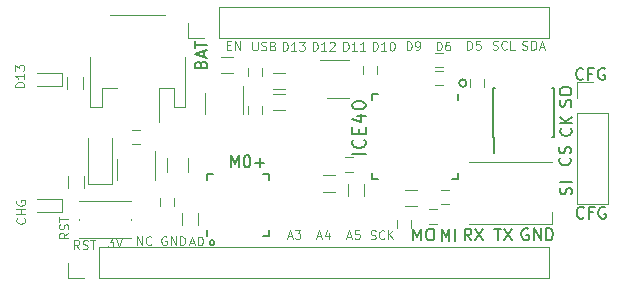
<source format=gbr>
G04 #@! TF.GenerationSoftware,KiCad,Pcbnew,(2017-09-09 revision 8c7175b)-master*
G04 #@! TF.CreationDate,2017-09-11T12:48:41-07:00*
G04 #@! TF.ProjectId,feather_ice40,666561746865725F69636534302E6B69,rev?*
G04 #@! TF.SameCoordinates,Original*
G04 #@! TF.FileFunction,Legend,Top*
G04 #@! TF.FilePolarity,Positive*
%FSLAX46Y46*%
G04 Gerber Fmt 4.6, Leading zero omitted, Abs format (unit mm)*
G04 Created by KiCad (PCBNEW (2017-09-09 revision 8c7175b)-master) date Monday, September 11, 2017 'PMt' 12:48:41 PM*
%MOMM*%
%LPD*%
G01*
G04 APERTURE LIST*
%ADD10C,0.200000*%
%ADD11C,0.150000*%
%ADD12C,0.100000*%
%ADD13C,0.120000*%
G04 APERTURE END LIST*
D10*
X130217692Y-67335400D02*
G75*
G03X130217692Y-67335400I-317012J0D01*
G01*
X108883354Y-80850740D02*
G75*
G03X108883354Y-80850740I-209454J0D01*
G01*
X121685858Y-73330796D02*
X120535858Y-73330796D01*
X121576334Y-72126034D02*
X121631096Y-72180796D01*
X121685858Y-72345081D01*
X121685858Y-72454605D01*
X121631096Y-72618891D01*
X121521572Y-72728415D01*
X121412048Y-72783177D01*
X121193000Y-72837939D01*
X121028715Y-72837939D01*
X120809667Y-72783177D01*
X120700143Y-72728415D01*
X120590620Y-72618891D01*
X120535858Y-72454605D01*
X120535858Y-72345081D01*
X120590620Y-72180796D01*
X120645381Y-72126034D01*
X121083477Y-71633177D02*
X121083477Y-71249843D01*
X121685858Y-71085558D02*
X121685858Y-71633177D01*
X120535858Y-71633177D01*
X120535858Y-71085558D01*
X120919191Y-70099843D02*
X121685858Y-70099843D01*
X120481096Y-70373653D02*
X121302524Y-70647462D01*
X121302524Y-69935558D01*
X120535858Y-69278415D02*
X120535858Y-69168891D01*
X120590620Y-69059367D01*
X120645381Y-69004605D01*
X120754905Y-68949843D01*
X120973953Y-68895081D01*
X121247762Y-68895081D01*
X121466810Y-68949843D01*
X121576334Y-69004605D01*
X121631096Y-69059367D01*
X121685858Y-69168891D01*
X121685858Y-69278415D01*
X121631096Y-69387939D01*
X121576334Y-69442700D01*
X121466810Y-69497462D01*
X121247762Y-69552224D01*
X120973953Y-69552224D01*
X120754905Y-69497462D01*
X120645381Y-69442700D01*
X120590620Y-69387939D01*
X120535858Y-69278415D01*
D11*
X139101461Y-76751749D02*
X139149080Y-76608892D01*
X139149080Y-76370797D01*
X139101461Y-76275559D01*
X139053842Y-76227940D01*
X138958604Y-76180320D01*
X138863366Y-76180320D01*
X138768128Y-76227940D01*
X138720509Y-76275559D01*
X138672890Y-76370797D01*
X138625271Y-76561273D01*
X138577652Y-76656511D01*
X138530033Y-76704130D01*
X138434795Y-76751749D01*
X138339557Y-76751749D01*
X138244319Y-76704130D01*
X138196700Y-76656511D01*
X138149080Y-76561273D01*
X138149080Y-76323178D01*
X138196700Y-76180320D01*
X139149080Y-75751749D02*
X138149080Y-75751749D01*
X138959862Y-73666646D02*
X139007481Y-73714265D01*
X139055100Y-73857122D01*
X139055100Y-73952360D01*
X139007481Y-74095218D01*
X138912243Y-74190456D01*
X138817005Y-74238075D01*
X138626529Y-74285694D01*
X138483672Y-74285694D01*
X138293196Y-74238075D01*
X138197958Y-74190456D01*
X138102720Y-74095218D01*
X138055100Y-73952360D01*
X138055100Y-73857122D01*
X138102720Y-73714265D01*
X138150339Y-73666646D01*
X139007481Y-73285694D02*
X139055100Y-73142837D01*
X139055100Y-72904741D01*
X139007481Y-72809503D01*
X138959862Y-72761884D01*
X138864624Y-72714265D01*
X138769386Y-72714265D01*
X138674148Y-72761884D01*
X138626529Y-72809503D01*
X138578910Y-72904741D01*
X138531291Y-73095218D01*
X138483672Y-73190456D01*
X138436053Y-73238075D01*
X138340815Y-73285694D01*
X138245577Y-73285694D01*
X138150339Y-73238075D01*
X138102720Y-73190456D01*
X138055100Y-73095218D01*
X138055100Y-72857122D01*
X138102720Y-72714265D01*
X139030982Y-71173316D02*
X139078601Y-71220935D01*
X139126220Y-71363792D01*
X139126220Y-71459030D01*
X139078601Y-71601887D01*
X138983363Y-71697125D01*
X138888125Y-71744744D01*
X138697649Y-71792363D01*
X138554792Y-71792363D01*
X138364316Y-71744744D01*
X138269078Y-71697125D01*
X138173840Y-71601887D01*
X138126220Y-71459030D01*
X138126220Y-71363792D01*
X138173840Y-71220935D01*
X138221459Y-71173316D01*
X139126220Y-70744744D02*
X138126220Y-70744744D01*
X139126220Y-70173316D02*
X138554792Y-70601887D01*
X138126220Y-70173316D02*
X138697649Y-70744744D01*
X139055741Y-69323483D02*
X139103360Y-69180626D01*
X139103360Y-68942531D01*
X139055741Y-68847293D01*
X139008122Y-68799674D01*
X138912884Y-68752055D01*
X138817646Y-68752055D01*
X138722408Y-68799674D01*
X138674789Y-68847293D01*
X138627170Y-68942531D01*
X138579551Y-69133007D01*
X138531932Y-69228245D01*
X138484313Y-69275864D01*
X138389075Y-69323483D01*
X138293837Y-69323483D01*
X138198599Y-69275864D01*
X138150980Y-69228245D01*
X138103360Y-69133007D01*
X138103360Y-68894912D01*
X138150980Y-68752055D01*
X138103360Y-68133007D02*
X138103360Y-67942531D01*
X138150980Y-67847293D01*
X138246218Y-67752055D01*
X138436694Y-67704436D01*
X138770027Y-67704436D01*
X138960503Y-67752055D01*
X139055741Y-67847293D01*
X139103360Y-67942531D01*
X139103360Y-68133007D01*
X139055741Y-68228245D01*
X138960503Y-68323483D01*
X138770027Y-68371102D01*
X138436694Y-68371102D01*
X138246218Y-68323483D01*
X138150980Y-68228245D01*
X138103360Y-68133007D01*
X140102032Y-66966102D02*
X140054413Y-67013721D01*
X139911556Y-67061340D01*
X139816318Y-67061340D01*
X139673460Y-67013721D01*
X139578222Y-66918483D01*
X139530603Y-66823245D01*
X139482984Y-66632769D01*
X139482984Y-66489912D01*
X139530603Y-66299436D01*
X139578222Y-66204198D01*
X139673460Y-66108960D01*
X139816318Y-66061340D01*
X139911556Y-66061340D01*
X140054413Y-66108960D01*
X140102032Y-66156579D01*
X140863937Y-66537531D02*
X140530603Y-66537531D01*
X140530603Y-67061340D02*
X140530603Y-66061340D01*
X141006794Y-66061340D01*
X141911556Y-66108960D02*
X141816318Y-66061340D01*
X141673460Y-66061340D01*
X141530603Y-66108960D01*
X141435365Y-66204198D01*
X141387746Y-66299436D01*
X141340127Y-66489912D01*
X141340127Y-66632769D01*
X141387746Y-66823245D01*
X141435365Y-66918483D01*
X141530603Y-67013721D01*
X141673460Y-67061340D01*
X141768699Y-67061340D01*
X141911556Y-67013721D01*
X141959175Y-66966102D01*
X141959175Y-66632769D01*
X141768699Y-66632769D01*
X140147752Y-78716142D02*
X140100133Y-78763761D01*
X139957276Y-78811380D01*
X139862038Y-78811380D01*
X139719180Y-78763761D01*
X139623942Y-78668523D01*
X139576323Y-78573285D01*
X139528704Y-78382809D01*
X139528704Y-78239952D01*
X139576323Y-78049476D01*
X139623942Y-77954238D01*
X139719180Y-77859000D01*
X139862038Y-77811380D01*
X139957276Y-77811380D01*
X140100133Y-77859000D01*
X140147752Y-77906619D01*
X140909657Y-78287571D02*
X140576323Y-78287571D01*
X140576323Y-78811380D02*
X140576323Y-77811380D01*
X141052514Y-77811380D01*
X141957276Y-77859000D02*
X141862038Y-77811380D01*
X141719180Y-77811380D01*
X141576323Y-77859000D01*
X141481085Y-77954238D01*
X141433466Y-78049476D01*
X141385847Y-78239952D01*
X141385847Y-78382809D01*
X141433466Y-78573285D01*
X141481085Y-78668523D01*
X141576323Y-78763761D01*
X141719180Y-78811380D01*
X141814419Y-78811380D01*
X141957276Y-78763761D01*
X142004895Y-78716142D01*
X142004895Y-78382809D01*
X141814419Y-78382809D01*
D12*
X109949128Y-64142388D02*
X110199128Y-64142388D01*
X110306271Y-64535245D02*
X109949128Y-64535245D01*
X109949128Y-63785245D01*
X110306271Y-63785245D01*
X110627700Y-64535245D02*
X110627700Y-63785245D01*
X111056271Y-64535245D01*
X111056271Y-63785245D01*
D11*
X110252688Y-74465440D02*
X110252688Y-73465440D01*
X110586021Y-74179726D01*
X110919355Y-73465440D01*
X110919355Y-74465440D01*
X111586021Y-73465440D02*
X111681260Y-73465440D01*
X111776498Y-73513060D01*
X111824117Y-73560679D01*
X111871736Y-73655917D01*
X111919355Y-73846393D01*
X111919355Y-74084488D01*
X111871736Y-74274964D01*
X111824117Y-74370202D01*
X111776498Y-74417821D01*
X111681260Y-74465440D01*
X111586021Y-74465440D01*
X111490783Y-74417821D01*
X111443164Y-74370202D01*
X111395545Y-74274964D01*
X111347926Y-74084488D01*
X111347926Y-73846393D01*
X111395545Y-73655917D01*
X111443164Y-73560679D01*
X111490783Y-73513060D01*
X111586021Y-73465440D01*
X112347926Y-74084488D02*
X113109831Y-74084488D01*
X112728879Y-74465440D02*
X112728879Y-73703536D01*
D12*
X92774965Y-67669534D02*
X92024965Y-67669534D01*
X92024965Y-67490962D01*
X92060680Y-67383820D01*
X92132108Y-67312391D01*
X92203537Y-67276677D01*
X92346394Y-67240962D01*
X92453537Y-67240962D01*
X92596394Y-67276677D01*
X92667822Y-67312391D01*
X92739251Y-67383820D01*
X92774965Y-67490962D01*
X92774965Y-67669534D01*
X92774965Y-66526677D02*
X92774965Y-66955248D01*
X92774965Y-66740962D02*
X92024965Y-66740962D01*
X92132108Y-66812391D01*
X92203537Y-66883820D01*
X92239251Y-66955248D01*
X92024965Y-66276677D02*
X92024965Y-65812391D01*
X92310680Y-66062391D01*
X92310680Y-65955248D01*
X92346394Y-65883820D01*
X92382108Y-65848105D01*
X92453537Y-65812391D01*
X92632108Y-65812391D01*
X92703537Y-65848105D01*
X92739251Y-65883820D01*
X92774965Y-65955248D01*
X92774965Y-66169534D01*
X92739251Y-66240962D01*
X92703537Y-66276677D01*
X92784817Y-78777874D02*
X92820531Y-78813588D01*
X92856245Y-78920731D01*
X92856245Y-78992160D01*
X92820531Y-79099302D01*
X92749102Y-79170731D01*
X92677674Y-79206445D01*
X92534817Y-79242160D01*
X92427674Y-79242160D01*
X92284817Y-79206445D01*
X92213388Y-79170731D01*
X92141960Y-79099302D01*
X92106245Y-78992160D01*
X92106245Y-78920731D01*
X92141960Y-78813588D01*
X92177674Y-78777874D01*
X92856245Y-78456445D02*
X92106245Y-78456445D01*
X92463388Y-78456445D02*
X92463388Y-78027874D01*
X92856245Y-78027874D02*
X92106245Y-78027874D01*
X92141960Y-77277874D02*
X92106245Y-77349302D01*
X92106245Y-77456445D01*
X92141960Y-77563588D01*
X92213388Y-77635017D01*
X92284817Y-77670731D01*
X92427674Y-77706445D01*
X92534817Y-77706445D01*
X92677674Y-77670731D01*
X92749102Y-77635017D01*
X92820531Y-77563588D01*
X92856245Y-77456445D01*
X92856245Y-77385017D01*
X92820531Y-77277874D01*
X92784817Y-77242160D01*
X92534817Y-77242160D01*
X92534817Y-77385017D01*
X96498605Y-80014314D02*
X96141462Y-80264314D01*
X96498605Y-80442885D02*
X95748605Y-80442885D01*
X95748605Y-80157171D01*
X95784320Y-80085742D01*
X95820034Y-80050028D01*
X95891462Y-80014314D01*
X95998605Y-80014314D01*
X96070034Y-80050028D01*
X96105748Y-80085742D01*
X96141462Y-80157171D01*
X96141462Y-80442885D01*
X96462891Y-79728600D02*
X96498605Y-79621457D01*
X96498605Y-79442885D01*
X96462891Y-79371457D01*
X96427177Y-79335742D01*
X96355748Y-79300028D01*
X96284320Y-79300028D01*
X96212891Y-79335742D01*
X96177177Y-79371457D01*
X96141462Y-79442885D01*
X96105748Y-79585742D01*
X96070034Y-79657171D01*
X96034320Y-79692885D01*
X95962891Y-79728600D01*
X95891462Y-79728600D01*
X95820034Y-79692885D01*
X95784320Y-79657171D01*
X95748605Y-79585742D01*
X95748605Y-79407171D01*
X95784320Y-79300028D01*
X95748605Y-79085742D02*
X95748605Y-78657171D01*
X96498605Y-78871457D02*
X95748605Y-78871457D01*
X97437705Y-81390685D02*
X97187705Y-81033542D01*
X97009134Y-81390685D02*
X97009134Y-80640685D01*
X97294848Y-80640685D01*
X97366277Y-80676400D01*
X97401991Y-80712114D01*
X97437705Y-80783542D01*
X97437705Y-80890685D01*
X97401991Y-80962114D01*
X97366277Y-80997828D01*
X97294848Y-81033542D01*
X97009134Y-81033542D01*
X97723420Y-81354971D02*
X97830562Y-81390685D01*
X98009134Y-81390685D01*
X98080562Y-81354971D01*
X98116277Y-81319257D01*
X98151991Y-81247828D01*
X98151991Y-81176400D01*
X98116277Y-81104971D01*
X98080562Y-81069257D01*
X98009134Y-81033542D01*
X97866277Y-80997828D01*
X97794848Y-80962114D01*
X97759134Y-80926400D01*
X97723420Y-80854971D01*
X97723420Y-80783542D01*
X97759134Y-80712114D01*
X97794848Y-80676400D01*
X97866277Y-80640685D01*
X98044848Y-80640685D01*
X98151991Y-80676400D01*
X98366277Y-80640685D02*
X98794848Y-80640685D01*
X98580562Y-81390685D02*
X98580562Y-80640685D01*
X99852551Y-80465425D02*
X100316837Y-80465425D01*
X100066837Y-80751140D01*
X100173980Y-80751140D01*
X100245408Y-80786854D01*
X100281122Y-80822568D01*
X100316837Y-80893997D01*
X100316837Y-81072568D01*
X100281122Y-81143997D01*
X100245408Y-81179711D01*
X100173980Y-81215425D01*
X99959694Y-81215425D01*
X99888265Y-81179711D01*
X99852551Y-81143997D01*
X100531122Y-80465425D02*
X100781122Y-81215425D01*
X101031122Y-80465425D01*
X102328974Y-81050325D02*
X102328974Y-80300325D01*
X102757545Y-81050325D01*
X102757545Y-80300325D01*
X103543260Y-80978897D02*
X103507545Y-81014611D01*
X103400402Y-81050325D01*
X103328974Y-81050325D01*
X103221831Y-81014611D01*
X103150402Y-80943182D01*
X103114688Y-80871754D01*
X103078974Y-80728897D01*
X103078974Y-80621754D01*
X103114688Y-80478897D01*
X103150402Y-80407468D01*
X103221831Y-80336040D01*
X103328974Y-80300325D01*
X103400402Y-80300325D01*
X103507545Y-80336040D01*
X103543260Y-80371754D01*
X104810631Y-80351280D02*
X104739202Y-80315565D01*
X104632060Y-80315565D01*
X104524917Y-80351280D01*
X104453488Y-80422708D01*
X104417774Y-80494137D01*
X104382060Y-80636994D01*
X104382060Y-80744137D01*
X104417774Y-80886994D01*
X104453488Y-80958422D01*
X104524917Y-81029851D01*
X104632060Y-81065565D01*
X104703488Y-81065565D01*
X104810631Y-81029851D01*
X104846345Y-80994137D01*
X104846345Y-80744137D01*
X104703488Y-80744137D01*
X105167774Y-81065565D02*
X105167774Y-80315565D01*
X105596345Y-81065565D01*
X105596345Y-80315565D01*
X105953488Y-81065565D02*
X105953488Y-80315565D01*
X106132060Y-80315565D01*
X106239202Y-80351280D01*
X106310631Y-80422708D01*
X106346345Y-80494137D01*
X106382060Y-80636994D01*
X106382060Y-80744137D01*
X106346345Y-80886994D01*
X106310631Y-80958422D01*
X106239202Y-81029851D01*
X106132060Y-81065565D01*
X105953488Y-81065565D01*
X106799605Y-80863980D02*
X107156748Y-80863980D01*
X106728177Y-81078265D02*
X106978177Y-80328265D01*
X107228177Y-81078265D01*
X107621034Y-80328265D02*
X107692462Y-80328265D01*
X107763891Y-80363980D01*
X107799605Y-80399694D01*
X107835320Y-80471122D01*
X107871034Y-80613980D01*
X107871034Y-80792551D01*
X107835320Y-80935408D01*
X107799605Y-81006837D01*
X107763891Y-81042551D01*
X107692462Y-81078265D01*
X107621034Y-81078265D01*
X107549605Y-81042551D01*
X107513891Y-81006837D01*
X107478177Y-80935408D01*
X107442462Y-80792551D01*
X107442462Y-80613980D01*
X107478177Y-80471122D01*
X107513891Y-80399694D01*
X107549605Y-80363980D01*
X107621034Y-80328265D01*
X115085085Y-80312800D02*
X115442228Y-80312800D01*
X115013657Y-80527085D02*
X115263657Y-79777085D01*
X115513657Y-80527085D01*
X115692228Y-79777085D02*
X116156514Y-79777085D01*
X115906514Y-80062800D01*
X116013657Y-80062800D01*
X116085085Y-80098514D01*
X116120800Y-80134228D01*
X116156514Y-80205657D01*
X116156514Y-80384228D01*
X116120800Y-80455657D01*
X116085085Y-80491371D01*
X116013657Y-80527085D01*
X115799371Y-80527085D01*
X115727942Y-80491371D01*
X115692228Y-80455657D01*
X117574285Y-80312800D02*
X117931428Y-80312800D01*
X117502857Y-80527085D02*
X117752857Y-79777085D01*
X118002857Y-80527085D01*
X118574285Y-80027085D02*
X118574285Y-80527085D01*
X118395714Y-79741371D02*
X118217142Y-80277085D01*
X118681428Y-80277085D01*
X134948805Y-64486831D02*
X135055948Y-64522545D01*
X135234520Y-64522545D01*
X135305948Y-64486831D01*
X135341662Y-64451117D01*
X135377377Y-64379688D01*
X135377377Y-64308260D01*
X135341662Y-64236831D01*
X135305948Y-64201117D01*
X135234520Y-64165402D01*
X135091662Y-64129688D01*
X135020234Y-64093974D01*
X134984520Y-64058260D01*
X134948805Y-63986831D01*
X134948805Y-63915402D01*
X134984520Y-63843974D01*
X135020234Y-63808260D01*
X135091662Y-63772545D01*
X135270234Y-63772545D01*
X135377377Y-63808260D01*
X135698805Y-64522545D02*
X135698805Y-63772545D01*
X135877377Y-63772545D01*
X135984520Y-63808260D01*
X136055948Y-63879688D01*
X136091662Y-63951117D01*
X136127377Y-64093974D01*
X136127377Y-64201117D01*
X136091662Y-64343974D01*
X136055948Y-64415402D01*
X135984520Y-64486831D01*
X135877377Y-64522545D01*
X135698805Y-64522545D01*
X136413091Y-64308260D02*
X136770234Y-64308260D01*
X136341662Y-64522545D02*
X136591662Y-63772545D01*
X136841662Y-64522545D01*
X132429202Y-64466511D02*
X132536345Y-64502225D01*
X132714917Y-64502225D01*
X132786345Y-64466511D01*
X132822060Y-64430797D01*
X132857774Y-64359368D01*
X132857774Y-64287940D01*
X132822060Y-64216511D01*
X132786345Y-64180797D01*
X132714917Y-64145082D01*
X132572060Y-64109368D01*
X132500631Y-64073654D01*
X132464917Y-64037940D01*
X132429202Y-63966511D01*
X132429202Y-63895082D01*
X132464917Y-63823654D01*
X132500631Y-63787940D01*
X132572060Y-63752225D01*
X132750631Y-63752225D01*
X132857774Y-63787940D01*
X133607774Y-64430797D02*
X133572060Y-64466511D01*
X133464917Y-64502225D01*
X133393488Y-64502225D01*
X133286345Y-64466511D01*
X133214917Y-64395082D01*
X133179202Y-64323654D01*
X133143488Y-64180797D01*
X133143488Y-64073654D01*
X133179202Y-63930797D01*
X133214917Y-63859368D01*
X133286345Y-63787940D01*
X133393488Y-63752225D01*
X133464917Y-63752225D01*
X133572060Y-63787940D01*
X133607774Y-63823654D01*
X134286345Y-64502225D02*
X133929202Y-64502225D01*
X133929202Y-63752225D01*
X130261508Y-64520005D02*
X130261508Y-63770005D01*
X130440080Y-63770005D01*
X130547222Y-63805720D01*
X130618651Y-63877148D01*
X130654365Y-63948577D01*
X130690080Y-64091434D01*
X130690080Y-64198577D01*
X130654365Y-64341434D01*
X130618651Y-64412862D01*
X130547222Y-64484291D01*
X130440080Y-64520005D01*
X130261508Y-64520005D01*
X131368651Y-63770005D02*
X131011508Y-63770005D01*
X130975794Y-64127148D01*
X131011508Y-64091434D01*
X131082937Y-64055720D01*
X131261508Y-64055720D01*
X131332937Y-64091434D01*
X131368651Y-64127148D01*
X131404365Y-64198577D01*
X131404365Y-64377148D01*
X131368651Y-64448577D01*
X131332937Y-64484291D01*
X131261508Y-64520005D01*
X131082937Y-64520005D01*
X131011508Y-64484291D01*
X130975794Y-64448577D01*
X127691028Y-64578425D02*
X127691028Y-63828425D01*
X127869600Y-63828425D01*
X127976742Y-63864140D01*
X128048171Y-63935568D01*
X128083885Y-64006997D01*
X128119600Y-64149854D01*
X128119600Y-64256997D01*
X128083885Y-64399854D01*
X128048171Y-64471282D01*
X127976742Y-64542711D01*
X127869600Y-64578425D01*
X127691028Y-64578425D01*
X128762457Y-63828425D02*
X128619600Y-63828425D01*
X128548171Y-63864140D01*
X128512457Y-63899854D01*
X128441028Y-64006997D01*
X128405314Y-64149854D01*
X128405314Y-64435568D01*
X128441028Y-64506997D01*
X128476742Y-64542711D01*
X128548171Y-64578425D01*
X128691028Y-64578425D01*
X128762457Y-64542711D01*
X128798171Y-64506997D01*
X128833885Y-64435568D01*
X128833885Y-64256997D01*
X128798171Y-64185568D01*
X128762457Y-64149854D01*
X128691028Y-64114140D01*
X128548171Y-64114140D01*
X128476742Y-64149854D01*
X128441028Y-64185568D01*
X128405314Y-64256997D01*
X125138328Y-64558105D02*
X125138328Y-63808105D01*
X125316900Y-63808105D01*
X125424042Y-63843820D01*
X125495471Y-63915248D01*
X125531185Y-63986677D01*
X125566900Y-64129534D01*
X125566900Y-64236677D01*
X125531185Y-64379534D01*
X125495471Y-64450962D01*
X125424042Y-64522391D01*
X125316900Y-64558105D01*
X125138328Y-64558105D01*
X125924042Y-64558105D02*
X126066900Y-64558105D01*
X126138328Y-64522391D01*
X126174042Y-64486677D01*
X126245471Y-64379534D01*
X126281185Y-64236677D01*
X126281185Y-63950962D01*
X126245471Y-63879534D01*
X126209757Y-63843820D01*
X126138328Y-63808105D01*
X125995471Y-63808105D01*
X125924042Y-63843820D01*
X125888328Y-63879534D01*
X125852614Y-63950962D01*
X125852614Y-64129534D01*
X125888328Y-64200962D01*
X125924042Y-64236677D01*
X125995471Y-64272391D01*
X126138328Y-64272391D01*
X126209757Y-64236677D01*
X126245471Y-64200962D01*
X126281185Y-64129534D01*
X122269125Y-64583505D02*
X122269125Y-63833505D01*
X122447697Y-63833505D01*
X122554840Y-63869220D01*
X122626268Y-63940648D01*
X122661982Y-64012077D01*
X122697697Y-64154934D01*
X122697697Y-64262077D01*
X122661982Y-64404934D01*
X122626268Y-64476362D01*
X122554840Y-64547791D01*
X122447697Y-64583505D01*
X122269125Y-64583505D01*
X123411982Y-64583505D02*
X122983411Y-64583505D01*
X123197697Y-64583505D02*
X123197697Y-63833505D01*
X123126268Y-63940648D01*
X123054840Y-64012077D01*
X122983411Y-64047791D01*
X123876268Y-63833505D02*
X123947697Y-63833505D01*
X124019125Y-63869220D01*
X124054840Y-63904934D01*
X124090554Y-63976362D01*
X124126268Y-64119220D01*
X124126268Y-64297791D01*
X124090554Y-64440648D01*
X124054840Y-64512077D01*
X124019125Y-64547791D01*
X123947697Y-64583505D01*
X123876268Y-64583505D01*
X123804840Y-64547791D01*
X123769125Y-64512077D01*
X123733411Y-64440648D01*
X123697697Y-64297791D01*
X123697697Y-64119220D01*
X123733411Y-63976362D01*
X123769125Y-63904934D01*
X123804840Y-63869220D01*
X123876268Y-63833505D01*
X119795165Y-64596205D02*
X119795165Y-63846205D01*
X119973737Y-63846205D01*
X120080880Y-63881920D01*
X120152308Y-63953348D01*
X120188022Y-64024777D01*
X120223737Y-64167634D01*
X120223737Y-64274777D01*
X120188022Y-64417634D01*
X120152308Y-64489062D01*
X120080880Y-64560491D01*
X119973737Y-64596205D01*
X119795165Y-64596205D01*
X120938022Y-64596205D02*
X120509451Y-64596205D01*
X120723737Y-64596205D02*
X120723737Y-63846205D01*
X120652308Y-63953348D01*
X120580880Y-64024777D01*
X120509451Y-64060491D01*
X121652308Y-64596205D02*
X121223737Y-64596205D01*
X121438022Y-64596205D02*
X121438022Y-63846205D01*
X121366594Y-63953348D01*
X121295165Y-64024777D01*
X121223737Y-64060491D01*
X117196745Y-64591125D02*
X117196745Y-63841125D01*
X117375317Y-63841125D01*
X117482460Y-63876840D01*
X117553888Y-63948268D01*
X117589602Y-64019697D01*
X117625317Y-64162554D01*
X117625317Y-64269697D01*
X117589602Y-64412554D01*
X117553888Y-64483982D01*
X117482460Y-64555411D01*
X117375317Y-64591125D01*
X117196745Y-64591125D01*
X118339602Y-64591125D02*
X117911031Y-64591125D01*
X118125317Y-64591125D02*
X118125317Y-63841125D01*
X118053888Y-63948268D01*
X117982460Y-64019697D01*
X117911031Y-64055411D01*
X118625317Y-63912554D02*
X118661031Y-63876840D01*
X118732460Y-63841125D01*
X118911031Y-63841125D01*
X118982460Y-63876840D01*
X119018174Y-63912554D01*
X119053888Y-63983982D01*
X119053888Y-64055411D01*
X119018174Y-64162554D01*
X118589602Y-64591125D01*
X119053888Y-64591125D01*
X114644045Y-64611445D02*
X114644045Y-63861445D01*
X114822617Y-63861445D01*
X114929760Y-63897160D01*
X115001188Y-63968588D01*
X115036902Y-64040017D01*
X115072617Y-64182874D01*
X115072617Y-64290017D01*
X115036902Y-64432874D01*
X115001188Y-64504302D01*
X114929760Y-64575731D01*
X114822617Y-64611445D01*
X114644045Y-64611445D01*
X115786902Y-64611445D02*
X115358331Y-64611445D01*
X115572617Y-64611445D02*
X115572617Y-63861445D01*
X115501188Y-63968588D01*
X115429760Y-64040017D01*
X115358331Y-64075731D01*
X116036902Y-63861445D02*
X116501188Y-63861445D01*
X116251188Y-64147160D01*
X116358331Y-64147160D01*
X116429760Y-64182874D01*
X116465474Y-64218588D01*
X116501188Y-64290017D01*
X116501188Y-64468588D01*
X116465474Y-64540017D01*
X116429760Y-64575731D01*
X116358331Y-64611445D01*
X116144045Y-64611445D01*
X116072617Y-64575731D01*
X116036902Y-64540017D01*
D11*
X107718551Y-65759555D02*
X107766170Y-65616698D01*
X107813789Y-65569079D01*
X107909027Y-65521460D01*
X108051884Y-65521460D01*
X108147122Y-65569079D01*
X108194741Y-65616698D01*
X108242360Y-65711936D01*
X108242360Y-66092888D01*
X107242360Y-66092888D01*
X107242360Y-65759555D01*
X107289980Y-65664317D01*
X107337599Y-65616698D01*
X107432837Y-65569079D01*
X107528075Y-65569079D01*
X107623313Y-65616698D01*
X107670932Y-65664317D01*
X107718551Y-65759555D01*
X107718551Y-66092888D01*
X107956646Y-65140507D02*
X107956646Y-64664317D01*
X108242360Y-65235745D02*
X107242360Y-64902412D01*
X108242360Y-64569079D01*
X107242360Y-64378602D02*
X107242360Y-63807174D01*
X108242360Y-64092888D02*
X107242360Y-64092888D01*
D12*
X112091191Y-63823345D02*
X112091191Y-64430488D01*
X112126905Y-64501917D01*
X112162620Y-64537631D01*
X112234048Y-64573345D01*
X112376905Y-64573345D01*
X112448334Y-64537631D01*
X112484048Y-64501917D01*
X112519762Y-64430488D01*
X112519762Y-63823345D01*
X112841191Y-64537631D02*
X112948334Y-64573345D01*
X113126905Y-64573345D01*
X113198334Y-64537631D01*
X113234048Y-64501917D01*
X113269762Y-64430488D01*
X113269762Y-64359060D01*
X113234048Y-64287631D01*
X113198334Y-64251917D01*
X113126905Y-64216202D01*
X112984048Y-64180488D01*
X112912620Y-64144774D01*
X112876905Y-64109060D01*
X112841191Y-64037631D01*
X112841191Y-63966202D01*
X112876905Y-63894774D01*
X112912620Y-63859060D01*
X112984048Y-63823345D01*
X113162620Y-63823345D01*
X113269762Y-63859060D01*
X113841191Y-64180488D02*
X113948334Y-64216202D01*
X113984048Y-64251917D01*
X114019762Y-64323345D01*
X114019762Y-64430488D01*
X113984048Y-64501917D01*
X113948334Y-64537631D01*
X113876905Y-64573345D01*
X113591191Y-64573345D01*
X113591191Y-63823345D01*
X113841191Y-63823345D01*
X113912620Y-63859060D01*
X113948334Y-63894774D01*
X113984048Y-63966202D01*
X113984048Y-64037631D01*
X113948334Y-64109060D01*
X113912620Y-64144774D01*
X113841191Y-64180488D01*
X113591191Y-64180488D01*
X120101585Y-80335660D02*
X120458728Y-80335660D01*
X120030157Y-80549945D02*
X120280157Y-79799945D01*
X120530157Y-80549945D01*
X121137300Y-79799945D02*
X120780157Y-79799945D01*
X120744442Y-80157088D01*
X120780157Y-80121374D01*
X120851585Y-80085660D01*
X121030157Y-80085660D01*
X121101585Y-80121374D01*
X121137300Y-80157088D01*
X121173014Y-80228517D01*
X121173014Y-80407088D01*
X121137300Y-80478517D01*
X121101585Y-80514231D01*
X121030157Y-80549945D01*
X120851585Y-80549945D01*
X120780157Y-80514231D01*
X120744442Y-80478517D01*
X122086014Y-80521851D02*
X122193157Y-80557565D01*
X122371728Y-80557565D01*
X122443157Y-80521851D01*
X122478871Y-80486137D01*
X122514585Y-80414708D01*
X122514585Y-80343280D01*
X122478871Y-80271851D01*
X122443157Y-80236137D01*
X122371728Y-80200422D01*
X122228871Y-80164708D01*
X122157442Y-80128994D01*
X122121728Y-80093280D01*
X122086014Y-80021851D01*
X122086014Y-79950422D01*
X122121728Y-79878994D01*
X122157442Y-79843280D01*
X122228871Y-79807565D01*
X122407442Y-79807565D01*
X122514585Y-79843280D01*
X123264585Y-80486137D02*
X123228871Y-80521851D01*
X123121728Y-80557565D01*
X123050300Y-80557565D01*
X122943157Y-80521851D01*
X122871728Y-80450422D01*
X122836014Y-80378994D01*
X122800300Y-80236137D01*
X122800300Y-80128994D01*
X122836014Y-79986137D01*
X122871728Y-79914708D01*
X122943157Y-79843280D01*
X123050300Y-79807565D01*
X123121728Y-79807565D01*
X123228871Y-79843280D01*
X123264585Y-79878994D01*
X123586014Y-80557565D02*
X123586014Y-79807565D01*
X124014585Y-80557565D02*
X123693157Y-80128994D01*
X124014585Y-79807565D02*
X123586014Y-80236137D01*
D11*
X125721217Y-80660500D02*
X125721217Y-79660500D01*
X126054550Y-80374786D01*
X126387883Y-79660500D01*
X126387883Y-80660500D01*
X127054550Y-79660500D02*
X127245026Y-79660500D01*
X127340264Y-79708120D01*
X127435502Y-79803358D01*
X127483121Y-79993834D01*
X127483121Y-80327167D01*
X127435502Y-80517643D01*
X127340264Y-80612881D01*
X127245026Y-80660500D01*
X127054550Y-80660500D01*
X126959312Y-80612881D01*
X126864074Y-80517643D01*
X126816455Y-80327167D01*
X126816455Y-79993834D01*
X126864074Y-79803358D01*
X126959312Y-79708120D01*
X127054550Y-79660500D01*
X128102431Y-80670660D02*
X128102431Y-79670660D01*
X128435764Y-80384946D01*
X128769098Y-79670660D01*
X128769098Y-80670660D01*
X129245288Y-80670660D02*
X129245288Y-79670660D01*
X132562695Y-79665580D02*
X133134123Y-79665580D01*
X132848409Y-80665580D02*
X132848409Y-79665580D01*
X133372219Y-79665580D02*
X134038885Y-80665580D01*
X134038885Y-79665580D02*
X133372219Y-80665580D01*
X130617933Y-80665580D02*
X130284600Y-80189390D01*
X130046504Y-80665580D02*
X130046504Y-79665580D01*
X130427457Y-79665580D01*
X130522695Y-79713200D01*
X130570314Y-79760819D01*
X130617933Y-79856057D01*
X130617933Y-79998914D01*
X130570314Y-80094152D01*
X130522695Y-80141771D01*
X130427457Y-80189390D01*
X130046504Y-80189390D01*
X130951266Y-79665580D02*
X131617933Y-80665580D01*
X131617933Y-79665580D02*
X130951266Y-80665580D01*
X135432895Y-79687800D02*
X135337657Y-79640180D01*
X135194800Y-79640180D01*
X135051942Y-79687800D01*
X134956704Y-79783038D01*
X134909085Y-79878276D01*
X134861466Y-80068752D01*
X134861466Y-80211609D01*
X134909085Y-80402085D01*
X134956704Y-80497323D01*
X135051942Y-80592561D01*
X135194800Y-80640180D01*
X135290038Y-80640180D01*
X135432895Y-80592561D01*
X135480514Y-80544942D01*
X135480514Y-80211609D01*
X135290038Y-80211609D01*
X135909085Y-80640180D02*
X135909085Y-79640180D01*
X136480514Y-80640180D01*
X136480514Y-79640180D01*
X136956704Y-80640180D02*
X136956704Y-79640180D01*
X137194800Y-79640180D01*
X137337657Y-79687800D01*
X137432895Y-79783038D01*
X137480514Y-79878276D01*
X137528133Y-80068752D01*
X137528133Y-80211609D01*
X137480514Y-80402085D01*
X137432895Y-80497323D01*
X137337657Y-80592561D01*
X137194800Y-80640180D01*
X136956704Y-80640180D01*
D13*
X97434040Y-78962720D02*
X97434040Y-78862720D01*
X101834040Y-77362720D02*
X97434040Y-77362720D01*
X97434040Y-80462720D02*
X101834040Y-80462720D01*
X101834040Y-78962720D02*
X101834040Y-78862720D01*
X137424040Y-79249580D02*
X137424040Y-78249580D01*
X130424040Y-79249580D02*
X137424040Y-79249580D01*
X130424040Y-74049580D02*
X137424040Y-74049580D01*
X139568880Y-67280480D02*
X140898880Y-67280480D01*
X139568880Y-68610480D02*
X139568880Y-67280480D01*
X139568880Y-69880480D02*
X142228880Y-69880480D01*
X142228880Y-69880480D02*
X142228880Y-77560480D01*
X139568880Y-69880480D02*
X139568880Y-77560480D01*
X139568880Y-77560480D02*
X142228880Y-77560480D01*
X137220000Y-83880000D02*
X137220000Y-81220000D01*
X99060000Y-83880000D02*
X137220000Y-83880000D01*
X99060000Y-81220000D02*
X137220000Y-81220000D01*
X99060000Y-83880000D02*
X99060000Y-81220000D01*
X97790000Y-83880000D02*
X96460000Y-83880000D01*
X96460000Y-83880000D02*
X96460000Y-82550000D01*
X137220000Y-63560000D02*
X137220000Y-60900000D01*
X109220000Y-63560000D02*
X137220000Y-63560000D01*
X109220000Y-60900000D02*
X137220000Y-60900000D01*
X109220000Y-63560000D02*
X109220000Y-60900000D01*
X107950000Y-63560000D02*
X106620000Y-63560000D01*
X106620000Y-63560000D02*
X106620000Y-62230000D01*
D11*
X132514100Y-71869120D02*
X132514100Y-73269120D01*
X137614100Y-71869120D02*
X137614100Y-67719120D01*
X132464100Y-71869120D02*
X132464100Y-67719120D01*
X137614100Y-71869120D02*
X137469100Y-71869120D01*
X137614100Y-67719120D02*
X137469100Y-67719120D01*
X132464100Y-67719120D02*
X132609100Y-67719120D01*
X132464100Y-71869120D02*
X132514100Y-71869120D01*
D13*
X113825400Y-68263220D02*
X114825400Y-68263220D01*
X114825400Y-69623220D02*
X113825400Y-69623220D01*
X118074820Y-75159320D02*
X119074820Y-75159320D01*
X119074820Y-76519320D02*
X118074820Y-76519320D01*
X121515420Y-75913360D02*
X121515420Y-76913360D01*
X120155420Y-76913360D02*
X120155420Y-75913360D01*
X130527500Y-67710800D02*
X130527500Y-67010800D01*
X131727500Y-67010800D02*
X131727500Y-67710800D01*
X119903760Y-73636580D02*
X120603760Y-73636580D01*
X120603760Y-74836580D02*
X119903760Y-74836580D01*
X128754620Y-77612800D02*
X128054620Y-77612800D01*
X128054620Y-76412800D02*
X128754620Y-76412800D01*
X125534980Y-78918320D02*
X125534980Y-79618320D01*
X124334980Y-79618320D02*
X124334980Y-78918320D01*
X127741160Y-79238400D02*
X127041160Y-79238400D01*
X127041160Y-78038400D02*
X127741160Y-78038400D01*
X127551700Y-66303600D02*
X128251700Y-66303600D01*
X128251700Y-67503600D02*
X127551700Y-67503600D01*
X128251700Y-66002460D02*
X127551700Y-66002460D01*
X127551700Y-64802460D02*
X128251700Y-64802460D01*
D11*
X129479460Y-75496840D02*
X129479460Y-74971840D01*
X122229460Y-75496840D02*
X122229460Y-74971840D01*
X122229460Y-68246840D02*
X122229460Y-68771840D01*
X129479460Y-68246840D02*
X129479460Y-68771840D01*
X122229460Y-75496840D02*
X122754460Y-75496840D01*
X122229460Y-68246840D02*
X122754460Y-68246840D01*
X129479460Y-75496840D02*
X128954460Y-75496840D01*
D13*
X114825400Y-67837600D02*
X113825400Y-67837600D01*
X113825400Y-66477600D02*
X114825400Y-66477600D01*
X126039500Y-77728360D02*
X125039500Y-77728360D01*
X125039500Y-76368360D02*
X126039500Y-76368360D01*
X104834800Y-74844200D02*
X104834800Y-73644200D01*
X106594800Y-73644200D02*
X106594800Y-74844200D01*
X107461600Y-78367000D02*
X107461600Y-79367000D01*
X106101600Y-79367000D02*
X106101600Y-78367000D01*
X112901020Y-69261240D02*
X112901020Y-69961240D01*
X111701020Y-69961240D02*
X111701020Y-69261240D01*
X121441920Y-66600820D02*
X121441920Y-65900820D01*
X122641920Y-65900820D02*
X122641920Y-66600820D01*
X104276600Y-77769200D02*
X104276600Y-77069200D01*
X105476600Y-77069200D02*
X105476600Y-77769200D01*
X112873080Y-66050680D02*
X112873080Y-66750680D01*
X111673080Y-66750680D02*
X111673080Y-66050680D01*
X102559600Y-72532800D02*
X101859600Y-72532800D01*
X101859600Y-71332800D02*
X102559600Y-71332800D01*
X109431200Y-65095840D02*
X110431200Y-65095840D01*
X110431200Y-66455840D02*
X109431200Y-66455840D01*
X96500400Y-76192000D02*
X96500400Y-75192000D01*
X97860400Y-75192000D02*
X97860400Y-76192000D01*
X96348000Y-67810000D02*
X96348000Y-66810000D01*
X97708000Y-66810000D02*
X97708000Y-67810000D01*
X111292280Y-69993080D02*
X111292280Y-67543080D01*
X108072280Y-68193080D02*
X108072280Y-69993080D01*
X118429200Y-68627900D02*
X120229200Y-68627900D01*
X120229200Y-65407900D02*
X117779200Y-65407900D01*
X103819600Y-75525200D02*
X103819600Y-73075200D01*
X100599600Y-73725200D02*
X100599600Y-75525200D01*
X95940400Y-67626000D02*
X95940400Y-66486000D01*
X95940400Y-66486000D02*
X93840400Y-66486000D01*
X95940400Y-67626000D02*
X93840400Y-67626000D01*
X95940400Y-78294000D02*
X93840400Y-78294000D01*
X95940400Y-77154000D02*
X93840400Y-77154000D01*
X95940400Y-78294000D02*
X95940400Y-77154000D01*
X104137000Y-67765000D02*
X104137000Y-70665000D01*
X104687000Y-61565000D02*
X100037000Y-61565000D01*
X99312000Y-67765000D02*
X100587000Y-67765000D01*
X99312000Y-69365000D02*
X99312000Y-67765000D01*
X98312000Y-69365000D02*
X99312000Y-69365000D01*
X98312000Y-65140000D02*
X98312000Y-69365000D01*
X106412000Y-69365000D02*
X106412000Y-65140000D01*
X105412000Y-69365000D02*
X106412000Y-69365000D01*
X105412000Y-67765000D02*
X105412000Y-69365000D01*
X104137000Y-67765000D02*
X105412000Y-67765000D01*
X98161600Y-75910000D02*
X98161600Y-72010000D01*
X100161600Y-75910000D02*
X100161600Y-72010000D01*
X98161600Y-75910000D02*
X100161600Y-75910000D01*
D11*
X108259000Y-75045600D02*
X108259000Y-75570600D01*
X113509000Y-75045600D02*
X113509000Y-75570600D01*
X113509000Y-80295600D02*
X113509000Y-79770600D01*
X108259000Y-80295600D02*
X108259000Y-79770600D01*
X113509000Y-75045600D02*
X112984000Y-75045600D01*
X113509000Y-80295600D02*
X112984000Y-80295600D01*
X108259000Y-75045600D02*
X108784000Y-75045600D01*
M02*

</source>
